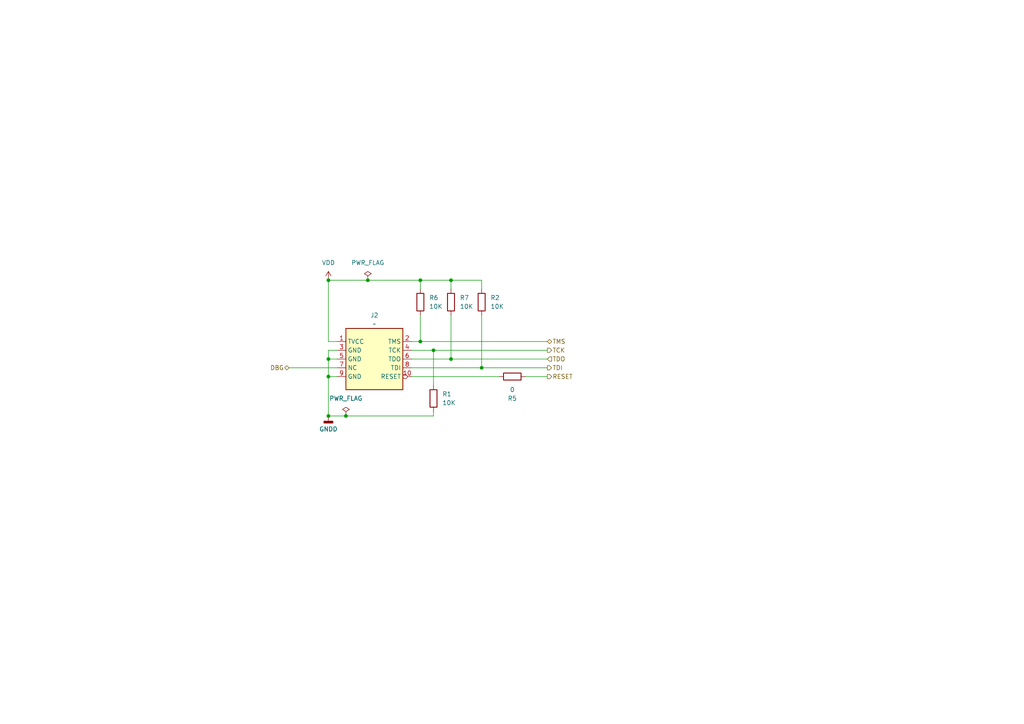
<source format=kicad_sch>
(kicad_sch (version 20250114) (generator "eeschema") (generator_version "9.0")
  (paper "A4")
  (title_block (company "WTMEC"))
  (lib_symbols
    (symbol "Device:R" (pin_numbers (hide yes)) (pin_names (offset 0))
      (property "Reference" "R" (at 2.032 0 90))
      (property "Value" "R" (at 0 0 90))
      (symbol "R_0_1"
        (rectangle (start -1.016 -2.54) (end 1.016 2.54) (stroke (width 0.254)))
      )
      (symbol "R_1_1"
        (pin passive line (at 0 3.81 270) (length 1.27) (name "~") (number "1"))
        (pin passive line (at 0 -3.81 90) (length 1.27) (name "~") (number "2"))
      )
    )
    (symbol "MCU_NXP_S32K1:ARM_10P"
      (property "Reference" "J" (at 1.27 19.05 0))
      (symbol "ARM_10P_1_0"
        (rectangle (start 0 17.78) (end 16.51 0) (stroke (width 0.254)) (fill (type background)))
      )
      (symbol "ARM_10P_1_1"
        (pin power_in line (at -2.54 13.97 0) (length 2.54) (name "TVCC") (number "1"))
        (pin power_in line (at -2.54 11.43 0) (length 2.54) (name "GND") (number "3"))
        (pin power_in line (at -2.54 8.89 0) (length 2.54) (name "GND") (number "5"))
        (pin passive line (at -2.54 6.35 0) (length 2.54) (name "NC") (number "7"))
        (pin power_in line (at -2.54 3.81 0) (length 2.54) (name "GND") (number "9"))
        (pin bidirectional line (at 19.05 13.97 180) (length 2.54) (name "TMS") (number "2"))
        (pin output line (at 19.05 11.43 180) (length 2.54) (name "TCK") (number "4"))
        (pin output line (at 19.05 8.89 180) (length 2.54) (name "TDO") (number "6"))
        (pin input line (at 19.05 6.35 180) (length 2.54) (name "TDI") (number "8"))
        (pin output inverted (at 19.05 3.81 180) (length 2.54) (name "RESET") (number "10"))
      )
    )
    (symbol "power:GNDD" (power) (pin_numbers (hide yes)) (pin_names (offset 0) (hide yes))
      (property "Value" "GNDD" (at 0 -3.175 0))
      (symbol "GNDD_0_1"
        (rectangle (start -1.27 -1.524) (end 1.27 -2.032) (stroke (width 0.254)) (fill (type outline)))
        (polyline (pts (xy 0 0) (xy 0 -1.524)))
      )
      (symbol "GNDD_1_1"
        (pin power_in line (at 0 0 270) (length 0) (name "~") (number "1"))
      )
    )
    (symbol "power:PWR_FLAG" (power) (pin_numbers (hide yes)) (pin_names (offset 0) (hide yes))
      (property "Value" "PWR_FLAG" (at 0 3.81 0))
      (symbol "PWR_FLAG_0_0"
        (pin power_out line (at 0 0 90) (length 0) (name "~") (number "1"))
      )
      (symbol "PWR_FLAG_0_1"
        (polyline (pts (xy 0 0) (xy 0 1.27) (xy -1.016 1.905) (xy 0 2.54) (xy 1.016 1.905) (xy 0 1.27)))
      )
    )
    (symbol "power:VDD" (power) (pin_numbers (hide yes)) (pin_names (offset 0) (hide yes))
      (property "Value" "VDD" (at 0 3.556 0))
      (symbol "VDD_0_1"
        (polyline (pts (xy -0.762 1.27) (xy 0 2.54)))
        (polyline (pts (xy 0 2.54) (xy 0.762 1.27)))
        (polyline (pts (xy 0 0) (xy 0 2.54)))
      )
      (symbol "VDD_1_1"
        (pin power_in line (at 0 0 90) (length 0) (name "~") (number "1"))
      )
    )
  )
  (junction (at 130.81 104.14))
  (junction (at 130.81 81.28))
  (junction (at 139.7 106.68))
  (junction (at 95.25 109.22))
  (junction (at 106.68 81.28))
  (junction (at 100.33 120.65))
  (junction (at 121.92 81.28))
  (junction (at 125.73 101.6))
  (junction (at 95.25 81.28))
  (junction (at 121.92 99.06))
  (junction (at 95.25 120.65))
  (junction (at 95.25 104.14))
  (wire (pts (xy 119.38 104.14) (xy 130.81 104.14)))
  (wire (pts (xy 119.38 106.68) (xy 139.7 106.68)))
  (wire (pts (xy 139.7 81.28) (xy 130.81 81.28)))
  (wire (pts (xy 95.25 104.14) (xy 95.25 109.22)))
  (wire (pts (xy 97.79 109.22) (xy 95.25 109.22)))
  (wire (pts (xy 119.38 109.22) (xy 144.78 109.22)))
  (wire (pts (xy 95.25 104.14) (xy 97.79 104.14)))
  (wire (pts (xy 119.38 101.6) (xy 125.73 101.6)))
  (wire (pts (xy 121.92 81.28) (xy 121.92 83.82)))
  (wire (pts (xy 97.79 101.6) (xy 95.25 101.6)))
  (wire (pts (xy 119.38 99.06) (xy 121.92 99.06)))
  (wire (pts (xy 100.33 120.65) (xy 95.25 120.65)))
  (wire (pts (xy 152.4 109.22) (xy 158.75 109.22)))
  (wire (pts (xy 95.25 109.22) (xy 95.25 120.65)))
  (wire (pts (xy 95.25 101.6) (xy 95.25 104.14)))
  (wire (pts (xy 139.7 91.44) (xy 139.7 106.68)))
  (wire (pts (xy 106.68 81.28) (xy 95.25 81.28)))
  (wire (pts (xy 125.73 101.6) (xy 158.75 101.6)))
  (wire (pts (xy 106.68 81.28) (xy 121.92 81.28)))
  (wire (pts (xy 125.73 101.6) (xy 125.73 111.76)))
  (wire (pts (xy 121.92 91.44) (xy 121.92 99.06)))
  (wire (pts (xy 121.92 81.28) (xy 130.81 81.28)))
  (wire (pts (xy 83.82 106.68) (xy 97.79 106.68)))
  (wire (pts (xy 121.92 99.06) (xy 158.75 99.06)))
  (wire (pts (xy 95.25 81.28) (xy 95.25 99.06)))
  (wire (pts (xy 130.81 81.28) (xy 130.81 83.82)))
  (wire (pts (xy 130.81 104.14) (xy 158.75 104.14)))
  (wire (pts (xy 139.7 83.82) (xy 139.7 81.28)))
  (wire (pts (xy 139.7 106.68) (xy 158.75 106.68)))
  (wire (pts (xy 97.79 99.06) (xy 95.25 99.06)))
  (wire (pts (xy 130.81 91.44) (xy 130.81 104.14)))
  (wire (pts (xy 125.73 119.38) (xy 125.73 120.65)))
  (wire (pts (xy 100.33 120.65) (xy 125.73 120.65)))
  (hierarchical_label "TCK" (shape output) (at 158.75 101.6 0))
  (hierarchical_label "TMS" (shape bidirectional) (at 158.75 99.06 0))
  (hierarchical_label "DBG" (shape bidirectional) (at 83.82 106.68 180))
  (hierarchical_label "RESET" (shape output) (at 158.75 109.22 0))
  (hierarchical_label "TDO" (shape input) (at 158.75 104.14 0))
  (hierarchical_label "TDI" (shape output) (at 158.75 106.68 0))
  (symbol (lib_id "power:VDD") (at 95.25 81.28 0) (unit 1)
    (property "Reference" "#PWR013" (effects (hide yes)))
    (property "Value" "VDD" (at 95.25 76.2 0))
    (property "Description" "Power symbol creates a global label with name \"VDD\"" (effects (hide yes)))
  )
  (symbol (lib_id "Device:R") (at 121.92 87.63 0) (unit 1)
    (property "Reference" "R6" (at 124.46 86.3599 0) (effects (justify left)))
    (property "Value" "10K" (at 124.46 88.8999 0) (effects (justify left)))
    (property "Footprint" "Resistor_SMD:R_0805_2012Metric" (effects (hide yes)))
    (property "Description" "Resistor" (effects (hide yes)))
  )
  (symbol (lib_id "power:PWR_FLAG") (at 100.33 120.65 0) (unit 1)
    (property "Reference" "#FLG05" (effects (hide yes)))
    (property "Value" "PWR_FLAG" (at 100.33 115.57 0))
    (property "Description" "Special symbol for telling ERC where power comes from" (effects (hide yes)))
  )
  (symbol (lib_id "power:PWR_FLAG") (at 106.68 81.28 0) (unit 1)
    (property "Reference" "#FLG06" (effects (hide yes)))
    (property "Value" "PWR_FLAG" (at 106.68 76.2 0))
    (property "Description" "Special symbol for telling ERC where power comes from" (effects (hide yes)))
  )
  (symbol (lib_id "MCU_NXP_S32K1:ARM_10P") (at 100.33 113.03 0) (unit 1)
    (property "Reference" "J2" (at 108.585 91.44 0))
    (property "Value" "~" (at 108.585 93.98 0))
    (property "Footprint" "Connector_PinHeader_1.27mm:PinHeader_2x05_P1.27mm_Vertical" (effects (hide yes)))
  )
  (symbol (lib_id "Device:R") (at 125.73 115.57 0) (unit 1)
    (property "Reference" "R1" (at 128.27 114.2999 0) (effects (justify left)))
    (property "Value" "10K" (at 128.27 116.8399 0) (effects (justify left)))
    (property "Footprint" "Resistor_SMD:R_0805_2012Metric" (effects (hide yes)))
    (property "Description" "Resistor" (effects (hide yes)))
  )
  (symbol (lib_id "power:GNDD") (at 95.25 120.65 0) (unit 1)
    (property "Reference" "#PWR014" (effects (hide yes)))
    (property "Value" "GNDD" (at 95.25 124.46 0))
    (property "Description" "Power symbol creates a global label with name \"GNDD\" , digital ground" (effects (hide yes)))
  )
  (symbol (lib_id "Device:R") (at 148.59 109.22 270) (unit 1)
    (property "Reference" "R5" (at 148.59 115.57 90))
    (property "Value" "0" (at 148.59 113.03 90))
    (property "Footprint" "Resistor_SMD:R_0805_2012Metric" (effects (hide yes)))
    (property "Description" "Resistor" (effects (hide yes)))
  )
  (symbol (lib_id "Device:R") (at 130.81 87.63 0) (unit 1)
    (property "Reference" "R7" (at 133.35 86.3599 0) (effects (justify left)))
    (property "Value" "10K" (at 133.35 88.8999 0) (effects (justify left)))
    (property "Footprint" "Resistor_SMD:R_0805_2012Metric" (effects (hide yes)))
    (property "Description" "Resistor" (effects (hide yes)))
  )
  (symbol (lib_id "Device:R") (at 139.7 87.63 0) (unit 1)
    (property "Reference" "R2" (at 142.24 86.3599 0) (effects (justify left)))
    (property "Value" "10K" (at 142.24 88.8999 0) (effects (justify left)))
    (property "Footprint" "Resistor_SMD:R_0805_2012Metric" (effects (hide yes)))
    (property "Description" "Resistor" (effects (hide yes)))
  )
)
</source>
